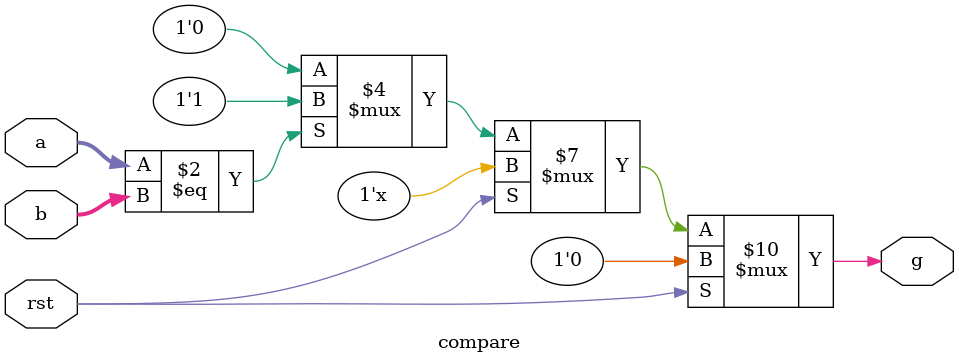
<source format=v>
module compare (a, b, g, rst);

	input [2:0] a, b;
	output reg g;
	
	input rst;
	
	
	always @(*) begin
		if (rst) begin
			g = 0;
		end else begin
			if (a == b) begin
				g = 1;
			end else begin
				g = 0;
			end
		end
	end
	

endmodule
</source>
